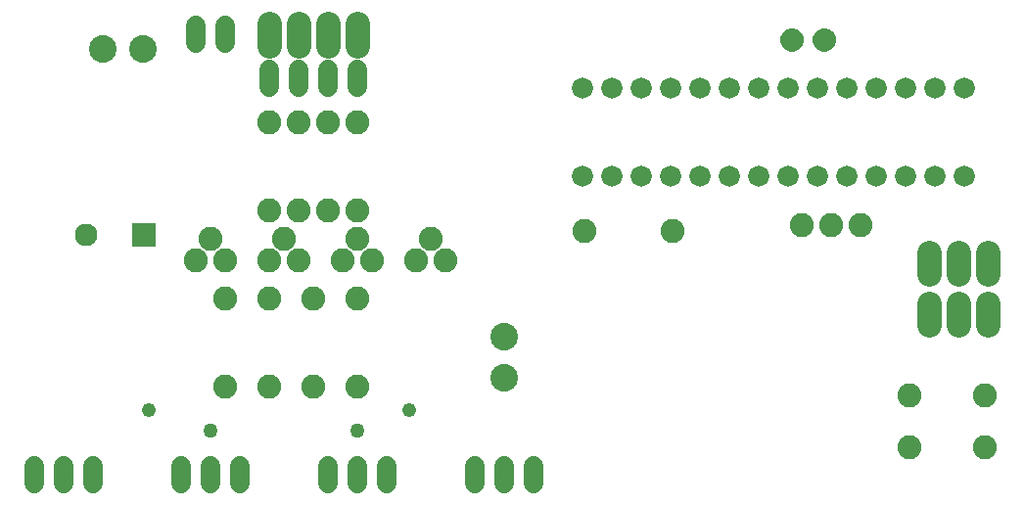
<source format=gbr>
G04 EAGLE Gerber RS-274X export*
G75*
%MOMM*%
%FSLAX34Y34*%
%LPD*%
%INSoldermask Bottom*%
%IPPOS*%
%AMOC8*
5,1,8,0,0,1.08239X$1,22.5*%
G01*
%ADD10C,1.955800*%
%ADD11R,2.000000X2.000000*%
%ADD12C,2.387600*%
%ADD13C,1.727200*%
%ADD14C,2.082800*%
%ADD15C,2.082800*%
%ADD16C,1.828800*%
%ADD17C,1.259600*%
%ADD18C,1.209600*%

G36*
X707790Y429959D02*
X707790Y429959D01*
X707833Y429971D01*
X707899Y429980D01*
X709516Y430434D01*
X709557Y430453D01*
X709585Y430462D01*
X709595Y430464D01*
X709599Y430466D01*
X709620Y430473D01*
X711134Y431201D01*
X711170Y431227D01*
X711229Y431257D01*
X712594Y432238D01*
X712625Y432270D01*
X712678Y432310D01*
X713852Y433512D01*
X713877Y433549D01*
X713922Y433597D01*
X714869Y434985D01*
X714887Y435026D01*
X714923Y435082D01*
X715615Y436613D01*
X715626Y436656D01*
X715652Y436717D01*
X716067Y438346D01*
X716070Y438390D01*
X716085Y438455D01*
X716211Y440130D01*
X716207Y440177D01*
X716209Y440249D01*
X716004Y442085D01*
X715990Y442131D01*
X715978Y442206D01*
X715418Y443967D01*
X715395Y444009D01*
X715369Y444081D01*
X714476Y445698D01*
X714446Y445736D01*
X714406Y445801D01*
X713215Y447213D01*
X713178Y447244D01*
X713126Y447300D01*
X711682Y448453D01*
X711640Y448476D01*
X711578Y448520D01*
X709937Y449369D01*
X709891Y449384D01*
X709822Y449415D01*
X708047Y449928D01*
X707999Y449933D01*
X707924Y449951D01*
X706084Y450107D01*
X706040Y450103D01*
X705975Y450107D01*
X704144Y449947D01*
X704098Y449934D01*
X704022Y449924D01*
X702258Y449410D01*
X702214Y449389D01*
X702142Y449364D01*
X700512Y448515D01*
X700474Y448486D01*
X700408Y448447D01*
X698975Y447297D01*
X698943Y447261D01*
X698886Y447210D01*
X697705Y445802D01*
X697681Y445761D01*
X697635Y445700D01*
X697425Y445318D01*
X696751Y444088D01*
X696736Y444043D01*
X696702Y443974D01*
X696150Y442221D01*
X696144Y442174D01*
X696124Y442100D01*
X695925Y440273D01*
X695928Y440227D01*
X695922Y440158D01*
X696045Y438482D01*
X696056Y438439D01*
X696062Y438373D01*
X696474Y436743D01*
X696492Y436703D01*
X696510Y436639D01*
X697198Y435106D01*
X697223Y435069D01*
X697252Y435009D01*
X698196Y433619D01*
X698227Y433587D01*
X698265Y433533D01*
X699436Y432327D01*
X699473Y432301D01*
X699520Y432255D01*
X700882Y431271D01*
X700923Y431252D01*
X700977Y431215D01*
X702490Y430482D01*
X702533Y430470D01*
X702544Y430465D01*
X702571Y430452D01*
X702576Y430451D01*
X702593Y430443D01*
X704210Y429985D01*
X704255Y429980D01*
X704319Y429964D01*
X705991Y429793D01*
X706039Y429797D01*
X706118Y429793D01*
X707790Y429959D01*
G37*
G36*
X735781Y429959D02*
X735781Y429959D01*
X735824Y429971D01*
X735890Y429980D01*
X737507Y430434D01*
X737548Y430453D01*
X737576Y430462D01*
X737586Y430464D01*
X737590Y430466D01*
X737611Y430473D01*
X739125Y431201D01*
X739161Y431227D01*
X739220Y431257D01*
X740585Y432238D01*
X740616Y432270D01*
X740669Y432310D01*
X741843Y433512D01*
X741868Y433549D01*
X741913Y433597D01*
X742860Y434985D01*
X742878Y435026D01*
X742914Y435082D01*
X743606Y436613D01*
X743617Y436656D01*
X743643Y436717D01*
X744058Y438346D01*
X744061Y438390D01*
X744076Y438455D01*
X744202Y440130D01*
X744198Y440177D01*
X744200Y440249D01*
X743995Y442085D01*
X743981Y442131D01*
X743969Y442206D01*
X743409Y443967D01*
X743386Y444009D01*
X743360Y444081D01*
X742467Y445698D01*
X742437Y445736D01*
X742397Y445801D01*
X741206Y447213D01*
X741169Y447244D01*
X741117Y447300D01*
X739673Y448453D01*
X739631Y448476D01*
X739569Y448520D01*
X737928Y449369D01*
X737882Y449384D01*
X737813Y449415D01*
X736038Y449928D01*
X735990Y449933D01*
X735915Y449951D01*
X734075Y450107D01*
X734031Y450103D01*
X733966Y450107D01*
X732135Y449947D01*
X732089Y449934D01*
X732013Y449924D01*
X730249Y449410D01*
X730205Y449389D01*
X730133Y449364D01*
X728503Y448515D01*
X728465Y448486D01*
X728399Y448447D01*
X726966Y447297D01*
X726934Y447261D01*
X726877Y447210D01*
X725696Y445802D01*
X725672Y445761D01*
X725626Y445700D01*
X725416Y445318D01*
X724742Y444088D01*
X724727Y444043D01*
X724693Y443974D01*
X724141Y442221D01*
X724135Y442174D01*
X724115Y442100D01*
X723916Y440273D01*
X723919Y440227D01*
X723913Y440158D01*
X724036Y438482D01*
X724047Y438439D01*
X724053Y438373D01*
X724465Y436743D01*
X724483Y436703D01*
X724501Y436639D01*
X725189Y435106D01*
X725214Y435069D01*
X725243Y435009D01*
X726187Y433619D01*
X726218Y433587D01*
X726256Y433533D01*
X727427Y432327D01*
X727464Y432301D01*
X727511Y432255D01*
X728873Y431271D01*
X728914Y431252D01*
X728968Y431215D01*
X730481Y430482D01*
X730524Y430470D01*
X730535Y430465D01*
X730562Y430452D01*
X730567Y430451D01*
X730584Y430443D01*
X732201Y429985D01*
X732246Y429980D01*
X732310Y429964D01*
X733982Y429793D01*
X734030Y429797D01*
X734109Y429793D01*
X735781Y429959D01*
G37*
D10*
X95700Y271000D03*
D11*
X145700Y271000D03*
D12*
X457200Y183100D03*
X457200Y148100D03*
X145000Y431800D03*
X110000Y431800D03*
D13*
X101600Y71120D02*
X101600Y55880D01*
X76200Y55880D02*
X76200Y71120D01*
X50800Y71120D02*
X50800Y55880D01*
X228600Y55880D02*
X228600Y71120D01*
X203200Y71120D02*
X203200Y55880D01*
X177800Y55880D02*
X177800Y71120D01*
X482600Y71120D02*
X482600Y55880D01*
X457200Y55880D02*
X457200Y71120D01*
X431800Y71120D02*
X431800Y55880D01*
X355600Y55880D02*
X355600Y71120D01*
X330200Y71120D02*
X330200Y55880D01*
X304800Y55880D02*
X304800Y71120D01*
D14*
X215900Y215900D03*
X215900Y139700D03*
X254000Y368300D03*
X254000Y292100D03*
X190500Y249000D03*
X203200Y268050D03*
X215900Y249000D03*
X254000Y215900D03*
X254000Y139700D03*
X279400Y368300D03*
X279400Y292100D03*
X254000Y249000D03*
X266700Y268050D03*
X279400Y249000D03*
X330200Y215900D03*
X330200Y139700D03*
X330200Y368300D03*
X330200Y292100D03*
X381000Y249000D03*
X393700Y268050D03*
X406400Y249000D03*
X292100Y215900D03*
X292100Y139700D03*
X304800Y368300D03*
X304800Y292100D03*
X317500Y249000D03*
X330200Y268050D03*
X342900Y249000D03*
D13*
X330200Y398780D02*
X330200Y414020D01*
X304800Y414020D02*
X304800Y398780D01*
X279400Y398780D02*
X279400Y414020D01*
X254000Y414020D02*
X254000Y398780D01*
D15*
X330200Y435102D02*
X330200Y453898D01*
X304800Y453898D02*
X304800Y435102D01*
X279400Y435102D02*
X279400Y453898D01*
X254000Y453898D02*
X254000Y435102D01*
D13*
X215900Y436880D02*
X215900Y452120D01*
X190500Y452120D02*
X190500Y436880D01*
D16*
X524900Y321900D03*
X550300Y321900D03*
X575700Y321900D03*
X601100Y321900D03*
X626500Y321900D03*
X651900Y321900D03*
X677300Y321900D03*
X702700Y321900D03*
X728100Y321900D03*
X753500Y321900D03*
X778900Y321900D03*
X804300Y321900D03*
X829700Y321900D03*
X855100Y321900D03*
X855100Y398100D03*
X829700Y398100D03*
X804300Y398100D03*
X778900Y398100D03*
X753500Y398100D03*
X728100Y398100D03*
X702700Y398100D03*
X677300Y398100D03*
X651900Y398100D03*
X626500Y398100D03*
X601100Y398100D03*
X575700Y398100D03*
X550300Y398100D03*
X524900Y398100D03*
D14*
X526900Y275000D03*
X603100Y275000D03*
X807488Y132606D03*
X872512Y132606D03*
X807488Y87394D03*
X872512Y87394D03*
D15*
X824600Y193504D02*
X824600Y212300D01*
X824600Y237700D02*
X824600Y256496D01*
X850000Y212300D02*
X850000Y193504D01*
X850000Y237700D02*
X850000Y256496D01*
X875400Y212300D02*
X875400Y193504D01*
X875400Y237700D02*
X875400Y256496D01*
D14*
X740000Y280000D03*
X714600Y280000D03*
X765400Y280000D03*
D17*
X203200Y101600D03*
X330200Y101600D03*
D18*
X375000Y120000D03*
X150000Y120000D03*
M02*

</source>
